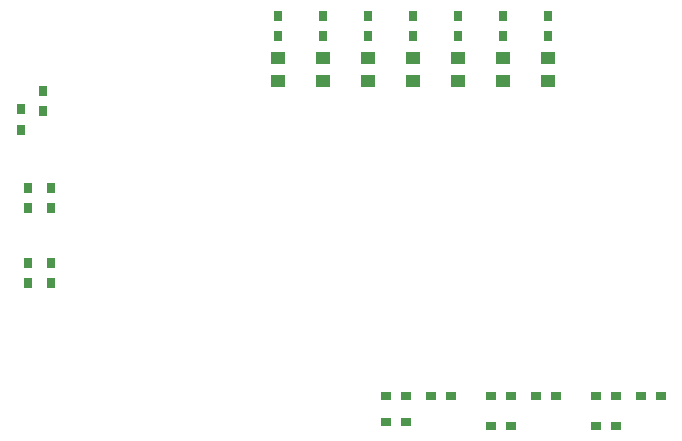
<source format=gbr>
G04 DipTrace 2.4.0.2*
%INTopPaste.gbr*%
%MOIN*%
%ADD48R,0.0511X0.0432*%
%ADD54R,0.0314X0.0353*%
%ADD56R,0.0353X0.0314*%
%FSLAX44Y44*%
G04*
G70*
G90*
G75*
G01*
%LNTopPaste*%
%LPD*%
D56*
X32275Y8940D3*
X31605D3*
X28775D3*
X28105D3*
X25275Y9065D3*
X24605D3*
D54*
X13440Y13690D3*
Y14359D3*
Y16190D3*
Y16859D3*
X13190Y19440D3*
Y20109D3*
D48*
X30003Y20440D3*
Y21188D3*
X28503Y20440D3*
Y21188D3*
X27003Y20440D3*
Y21188D3*
X25503Y20440D3*
Y21188D3*
X24003Y20440D3*
Y21188D3*
X22503Y20440D3*
Y21188D3*
X21003Y20440D3*
Y21188D3*
D56*
X32275Y9940D3*
X31605D3*
X33105D3*
X33775D3*
X28775D3*
X28105D3*
X29605D3*
X30275D3*
X25275D3*
X24605D3*
X26105D3*
X26775D3*
D54*
X12690Y14359D3*
Y13690D3*
Y16859D3*
Y16190D3*
X12440Y18815D3*
Y19484D3*
X27003Y21940D3*
Y22609D3*
X28503Y21940D3*
Y22609D3*
X30003Y21940D3*
Y22609D3*
X25503Y21940D3*
Y22609D3*
X21003Y21940D3*
Y22609D3*
X22503Y21940D3*
Y22609D3*
X24003Y21940D3*
Y22609D3*
M02*

</source>
